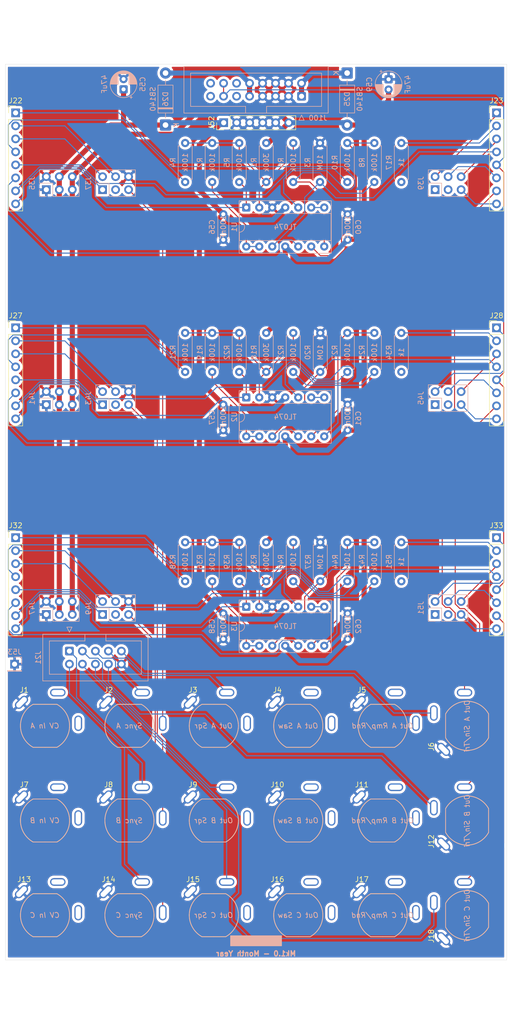
<source format=kicad_pcb>
(kicad_pcb (version 20241229) (generator "pcbnew") (generator_version "9.0")
  (title_block (rev "1") (company "DMH Instruments") (comment 1 "10cm Kosmo format synthesizer module PCB"))
  (layers (0 "F.Cu" signal) (2 "B.Cu" signal) (13 "F.Paste" user) (15 "B.Paste" user) (5 "F.SilkS" user "F.Silkscreen") (7 "B.SilkS" user "B.Silkscreen") (1 "F.Mask" user) (3 "B.Mask" user) (25 "Edge.Cuts" user))
  (net 0 "")
  (net 1 "+12V")
  (net 2 "Net-(D25-K)")
  (net 3 "Net-(D26-A)")
  (net 4 "-12V")
  (net 5 "A_CV_Amt_Pot_p3_M")
  (net 6 "Net-(U1B--)")
  (net 7 "A_Sync_M")
  (net 8 "A_Sync_TN_M")
  (net 9 "A_Out_Sqr_TN_M")
  (net 10 "A_Sqr_M")
  (net 12 "A_Saw_M")
  (net 14 "Net-(J5-PadT)")
  (net 15 "A_Out_Sin_Tri_TN_M")
  (net 16 "A_Sin_Tri_Sw_p2_M")
  (net 17 "Net-(U2B--)")
  (net 18 "B_CV_Amt_Pot_p3_M")
  (net 19 "B_Sync_M")
  (net 20 "B_Sync_TN_M")
  (net 21 "B_Out_Sqr_TN_M")
  (net 22 "B_Sqr_M")
  (net 23 "B_Saw_M")
  (net 25 "Net-(J11-PadT)")
  (net 27 "B_Sin_Tri_Sw_p2_M")
  (net 28 "B_Out_Sin_Tri_TN_M")
  (net 29 "C_CV_Amt_Pot_p3_M")
  (net 30 "Net-(U3B--)")
  (net 31 "C_Sync_TN_M")
  (net 32 "C_Sync_M")
  (net 33 "C_Sqr_M")
  (net 34 "C_Out_Sqr_TN_M")
  (net 35 "C_Saw_M")
  (net 37 "Net-(J17-PadT)")
  (net 39 "C_Out_Sin_Tri_TN_M")
  (net 40 "C_Sin_Tri_Sw_p2_M")
  (net 41 "A_VOct_Trim_p3_M")
  (net 42 "A_Rng_Sw_p3_M")
  (net 43 "A_Freq_Pot_p2_M")
  (net 44 "A_VOct_Trim_p12_M")
  (net 45 "A_Rng_Sw_p1_M")
  (net 46 "A_CV_Amt_Pot_p2_M")
  (net 47 "A_FRng_Trim_p2_M")
  (net 48 "A_Rmp_M")
  (net 49 "A_Rmp_Rnd_Sw_p2_M")
  (net 50 "A_Rnd_M")
  (net 51 "A_Tri_M")
  (net 52 "A_Sin_M")
  (net 53 "Bus_CV_M")
  (net 54 "GND")
  (net 55 "A_BusCV_Sw_p2_M")
  (net 56 "B_VOct_Trim_p12_M")
  (net 57 "B_CV_Amt_Pot_p2_M")
  (net 58 "B_Freq_Pot_p2_M")
  (net 59 "B_Rng_Sw_p3_M")
  (net 60 "B_FRng_Trim_p2_M")
  (net 61 "B_Rng_Sw_p1_M")
  (net 62 "B_VOct_Trim_p3_M")
  (net 63 "B_Rmp_M")
  (net 64 "B_Sin_M")
  (net 65 "B_BusCV_Sw_p2_M")
  (net 66 "B_Tri_M")
  (net 67 "B_Rmp_Rnd_Sw_p2_M")
  (net 68 "B_Rnd_M")
  (net 69 "C_CV_Amt_Pot_p2_M")
  (net 70 "C_FRng_Trim_p2_M")
  (net 71 "C_Rng_Sw_p1_M")
  (net 72 "C_VOct_Trim_p12_M")
  (net 73 "C_Freq_Pot_p2_M")
  (net 74 "C_Rng_Sw_p3_M")
  (net 75 "C_VOct_Trim_p3_M")
  (net 76 "C_BusCV_Sw_p2_M")
  (net 77 "C_Sin_M")
  (net 78 "C_Rmp_Rnd_Sw_p2_M")
  (net 79 "C_Rnd_M")
  (net 80 "C_Tri_M")
  (net 81 "C_Rmp_M")
  (net 86 "Net-(U1A--)")
  (net 87 "Net-(U1D--)")
  (net 88 "Net-(R6-Pad2)")
  (net 89 "Net-(U1C--)")
  (net 90 "Net-(U2A--)")
  (net 91 "Net-(U2D--)")
  (net 92 "Net-(R23-Pad2)")
  (net 93 "Net-(U2C--)")
  (net 94 "Net-(U3A--)")
  (net 95 "Net-(U3D--)")
  (net 96 "Net-(R40-Pad2)")
  (net 97 "Net-(U3C--)")
  (footprint "SynthStuff:CUI_MJ-63052A" (layer "F.Cu") (at 108.25 208.75)
    (property "Reference" "J16")
    (property "Value" "TS_Jack_6.35mm_Sw" (hide yes))
  )
  (footprint "SynthStuff:CUI_MJ-63052A" (layer "F.Cu") (at 58.75 190.25)
    (property "Reference" "J7")
    (property "Value" "TS_Jack_6.35mm_Sw" (hide yes))
  )
  (footprint "SynthStuff:CUI_MJ-63052A" (layer "F.Cu") (at 91.75 190.25)
    (property "Reference" "J9")
    (property "Value" "TS_Jack_6.35mm_Sw" (hide yes))
  )
  (footprint "Connector_PinHeader_2.54mm:PinHeader_1x08_P2.54mm_Vertical" (layer "F.Cu") (at 53 52)
    (property "Reference" "J22")
    (property "Value" "Conn_01x08" (hide yes))
  )
  (footprint "SynthStuff:CUI_MJ-63052A" (layer "F.Cu") (at 58.75 171.75)
    (property "Reference" "J1")
    (property "Value" "TS_Jack_6.35mm_Sw" (hide yes))
  )
  (footprint "Connector_PinHeader_2.54mm:PinHeader_1x08_P2.54mm_Vertical" (layer "F.Cu") (at 53 135)
    (property "Reference" "J32")
    (property "Value" "Conn_01x08" (hide yes))
  )
  (footprint "SynthStuff:CUI_MJ-63052A" (layer "F.Cu") (at 91.75 208.75)
    (property "Reference" "J15")
    (property "Value" "TS_Jack_6.35mm_Sw" (hide yes))
  )
  (footprint "SynthStuff:CUI_MJ-63052A" (layer "F.Cu") (at 75.25 208.75)
    (property "Reference" "J14")
    (property "Value" "TS_Jack_6.35mm_Sw" (hide yes))
  )
  (footprint "SynthStuff:CUI_MJ-63052A" (layer "F.Cu") (at 124.75 190.25)
    (property "Reference" "J11")
    (property "Value" "TS_Jack_6.35mm_Sw" (hide yes))
  )
  (footprint "Connector_PinHeader_2.54mm:PinHeader_1x08_P2.54mm_Vertical" (layer "F.Cu") (at 147 94)
    (property "Reference" "J28")
    (property "Value" "Conn_01x08" (hide yes))
  )
  (footprint "SynthStuff:CUI_MJ-63052A" (layer "F.Cu") (at 108.25 171.75)
    (property "Reference" "J4")
    (property "Value" "TS_Jack_6.35mm_Sw" (hide yes))
  )
  (footprint "SynthStuff:CUI_MJ-63052A" (layer "F.Cu") (at 91.75 171.75)
    (property "Reference" "J3")
    (property "Value" "TS_Jack_6.35mm_Sw" (hide yes))
  )
  (footprint "SynthStuff:CUI_MJ-63052A" (layer "F.Cu") (at 141.25 208.75 90)
    (property "Reference" "J18")
    (property "Value" "TS_Jack_6.35mm_Sw" (hide yes))
  )
  (footprint "SynthStuff:CUI_MJ-63052A" (layer "F.Cu") (at 58.75 208.75)
    (property "Reference" "J13")
    (property "Value" "TS_Jack_6.35mm_Sw" (hide yes))
  )
  (footprint "SynthStuff:CUI_MJ-63052A" (layer "F.Cu") (at 75.25 171.75)
    (property "Reference" "J2")
    (property "Value" "TS_Jack_6.35mm_Sw" (hide yes))
  )
  (footprint "SynthStuff:CUI_MJ-63052A" (layer "F.Cu") (at 75.25 190.25)
    (property "Reference" "J8")
    (property "Value" "TS_Jack_6.35mm_Sw" (hide yes))
  )
  (footprint "Connector_PinHeader_2.54mm:PinHeader_1x08_P2.54mm_Vertical" (layer "F.Cu") (at 147 52)
    (property "Reference" "J23")
    (property "Value" "Conn_01x08" (hide yes))
  )
  (footprint "SynthStuff:CUI_MJ-63052A" (layer "F.Cu") (at 124.75 171.75)
    (property "Reference" "J5")
    (property "Value" "TS_Jack_6.35mm_Sw" (hide yes))
  )
  (footprint "SynthStuff:CUI_MJ-63052A" (layer "F.Cu") (at 141.25 190.25 90)
    (property "Reference" "J12")
    (property "Value" "TS_Jack_6.35mm_Sw" (hide yes))
  )
  (footprint "SynthStuff:CUI_MJ-63052A" (layer "F.Cu") (at 141.25 171.75 90)
    (property "Reference" "J6")
    (property "Value" "TS_Jack_6.35mm_Sw" (hide yes))
  )
  (footprint "SynthStuff:CUI_MJ-63052A" (layer "F.Cu") (at 124.75 208.75)
    (property "Reference" "J17")
    (property "Value" "TS_Jack_6.35mm_Sw" (hide yes))
  )
  (footprint "Connector_PinHeader_2.54mm:PinHeader_1x08_P2.54mm_Vertical" (layer "F.Cu") (at 53 94)
    (property "Reference" "J27")
    (property "Value" "Conn_01x08" (hide yes))
  )
  (footprint "Connector_PinHeader_2.54mm:PinHeader_1x08_P2.54mm_Vertical" (layer "F.Cu") (at 147 135)
    (property "Reference" "J33")
    (property "Value" "Conn_01x08" (hide yes))
  )
  (footprint "Connector_PinHeader_2.54mm:PinHeader_1x06_P2.54mm_Vertical" (layer "F.Cu") (at 93.675 53.925 90)
    (property "Reference" "J52")
    (property "Value" "Conn_01x06" (hide yes))
  )
  (footprint "SynthStuff:CUI_MJ-63052A" (layer "F.Cu") (at 108.25 190.25)
    (property "Reference" "J10")
    (property "Value" "TS_Jack_6.35mm_Sw" (hide yes))
  )
  (footprint "Capacitor_THT:C_Disc_D4.3mm_W1.9mm_P5.00mm" (layer "B.Cu") (at 117.9 71.8 -90)
    (property "Reference" "C60")
    (property "Value" "100nF")
  )
  (footprint "Resistor_THT:R_Axial_DIN0207_L6.3mm_D2.5mm_P7.62mm_Horizontal" (layer "B.Cu") (at 117.836406 102.61 90)
    (property "Reference" "R27")
    (property "Value" "100k")
  )
  (footprint "Resistor_THT:R_Axial_DIN0207_L6.3mm_D2.5mm_P7.62mm_Horizontal" (layer "B.Cu") (at 123.118203 135.89 -90)
    (property "Reference" "R42")
    (property "Value" "100k")
  )
  (footprint "Resistor_THT:R_Axial_DIN0207_L6.3mm_D2.5mm_P7.62mm_Horizontal" (layer "B.Cu") (at 112.554609 143.51 90)
    (property "Reference" "R37")
    (property "Value" "10M")
  )
  (footprint "Capacitor_THT:C_Disc_D4.3mm_W1.9mm_P5.00mm" (layer "B.Cu") (at 93.6 71.8 -90)
    (property "Reference" "C56")
    (property "Value" "100nF")
  )
  (footprint "Resistor_THT:R_Axial_DIN0207_L6.3mm_D2.5mm_P7.62mm_Horizontal" (layer "B.Cu") (at 123.118203 57.89 -90)
    (property "Reference" "R8")
    (property "Value" "100k")
  )
  (footprint "Resistor_THT:R_Axial_DIN0207_L6.3mm_D2.5mm_P7.62mm_Horizontal" (layer "B.Cu") (at 128.4 94.99 -90)
    (property "Reference" "R34")
    (property "Value" "1k")
  )
  (footprint "Resistor_THT:R_Axial_DIN0207_L6.3mm_D2.5mm_P7.62mm_Horizontal" (layer "B.Cu") (at 112.5 65.51 90)
    (property "Reference" "R3")
    (property "Value" "10M")
  )
  (footprint "SynthStuff:IDC-Header_2x08_P2.54mm_Vertical_Eurorack" (layer "B.Cu") (at 108.89 48.7525 90)
    (property "Reference" "J100")
    (property "Value" "IDC_02x08" (hide yes))
  )
  (footprint "Capacitor_THT:C_Disc_D4.3mm_W1.9mm_P5.00mm" (layer "B.Cu") (at 117.9 149.8 -90)
    (property "Reference" "C62")
    (property "Value" "100nF")
  )
  (footprint "Resistor_THT:R_Axial_DIN0207_L6.3mm_D2.5mm_P7.62mm_Horizontal" (layer "B.Cu") (at 128.4 57.89 -90)
    (property "Reference" "R17")
    (property "Value" "1k")
  )
  (footprint "Resistor_THT:R_Axial_DIN0207_L6.3mm_D2.5mm_P7.62mm_Horizontal" (layer "B.Cu") (at 91.427421 94.99 -90)
    (property "Reference" "R19")
    (property "Value" "100k")
  )
  (footprint "Capacitor_THT:C_Disc_D4.3mm_W1.9mm_P5.00mm" (layer "B.Cu") (at 93.6 149.8 -90)
    (property "Reference" "C58")
    (property "Value" "100nF")
  )
  (footprint "Connector_PinHeader_2.54mm:PinHeader_1x01_P2.54mm_Vertical" (layer "B.Cu") (at 52.8 159.7 180)
    (property "Reference" "J53")
    (property "Value" "Conn_01x01" (hide yes))
  )
  (footprint "Resistor_THT:R_Axial_DIN0207_L6.3mm_D2.5mm_P7.62mm_Horizontal" (layer "B.Cu") (at 128.4 135.89 -90)
    (property "Reference" "R51")
    (property "Value" "1k")
  )
  (footprint "Resistor_THT:R_Axial_DIN0207_L6.3mm_D2.5mm_P7.62mm_Horizontal" (layer "B.Cu") (at 91.427421 135.89 -90)
    (property "Reference" "R36")
    (property "Value" "100k")
  )
  (footprint "Package_DIP:DIP-14_W7.62mm_Socket" (layer "B.Cu") (at 98.085 107.59 -90)
    (property "Reference" "U2")
    (property "Value" "TL074")
  )
  (footprint "Diode_THT:D_DO-41_SOD81_P10.16mm_Horizontal" (layer "B.Cu") (at 117.8 44.22 -90)
    (property "Reference" "D25")
    (property "Value" "SB140")
  )
  (footprint "Resistor_THT:R_Axial_DIN0207_L6.3mm_D2.5mm_P7.62mm_Horizontal" (layer "B.Cu") (at 91.427421 57.89 -90)
    (property "Reference" "R2")
    (property "Value" "100k")
  )
  (footprint "SynthStuff:IDC-Header_2x05_P2.54mm_Vertical_BackBone" (layer "B.Cu") (at 63.52 157.1475 -90)
    (property "Reference" "J21")
    (property "Value" "IDC_02x05" (hide yes))
  )
  (footprint "Capacitor_THT:C_Disc_D4.3mm_W1.9mm_P5.00mm" (layer "B.Cu") (at 93.6 109 -90)
    (property "Reference" "C57")
    (property "Value" "100nF")
  )
  (footprint "Resistor_THT:R_Axial_DIN0207_L6.3mm_D2.5mm_P7.62mm_Horizontal" (layer "B.Cu") (at 117.836406 143.51 90)
    (property "Reference" "R44")
    (property "Value" "100k")
  )
  (footprint "Resistor_THT:R_Axial_DIN0207_L6.3mm_D2.5mm_P7.62mm_Horizontal" (layer "B.Cu") (at 96.709218 57.89 -90)
    (property "Reference" "R5")
    (property "Value" "100k")
  )
  (footprint "Connector_PinSocket_2.54mm:PinSocket_2x03_P2.54mm_Vertical" (layer "B.Cu") (at 70 150 -90)
    (property "Reference" "J49")
    (property "Value" "Conn_02x03_Odd_Even" (hide yes))
  )
  (footprint "Resistor_THT:R_Axial_DIN0207_L6.3mm_D2.5mm_P7.62mm_Horizontal" (layer "B.Cu") (at 96.709218 94.99 -90)
    (property "Reference" "R22")
    (property "Value" "100k")
  )
  (footprint "Capacitor_THT:CP_Radial_D5.0mm_P2.00mm" (layer "B.Cu") (at 74.1 47.4 90)
    (property "Reference" "C55")
    (property "Value" "47uF")
  )
  (footprint "Connector_PinSocket_2.54mm:PinSocket_2x03_P2.54mm_Vertical" (layer "B.Cu") (at 59 109 -90)
    (property "Reference" "J41")
    (property "Value" "Conn_02x03_Odd_Even" (hide yes))
  )
  (footprint "Resistor_THT:R_Axial_DIN0207_L6.3mm_D2.5mm_P7.62mm_Horizontal" (layer "B.Cu") (at 86.145624 57.89 -90)
    (property "Reference" "R4")
    (property "Value" "100k")
  )
  (footprint "Resistor_THT:R_Axial_DIN0207_L6.3mm_D2.5mm_P7.62mm_Horizontal" (layer "B.Cu") (at 101.991015 135.89 -90)
    (property "Reference" "R35")
    (property "Value" "300k")
  )
  (footprint "Connector_PinSocket_2.54mm:PinSocket_2x03_P2.54mm_Vertical" (layer "B.Cu") (at 70 67 -90)
    (property "Reference" "J37")
    (property "Value" "Conn_02x03_Odd_Even" (hide yes))
  )
  (footprint "Package_DIP:DIP-14_W7.62mm_Socket" (layer "B.Cu") (at 98.085 148.49 -90)
    (property "Reference" "U3")
    (property "Value" "TL074")
  )
  (footprint "Resistor_THT:R_Axial_DIN0207_L6.3mm_D2.5mm_P7.62mm_Horizontal" (layer "B.Cu") (at 107.272812 94.99 -90)
    (property "Reference" "R23")
    (property "Value" "100k")
  )
  (footprint "Resistor_THT:R_Axial_DIN0207_L6.3mm_D2.5mm_P7.62mm_Horizontal" (layer "B.Cu") (at 107.272812 135.89 -90)
    (property "Reference" "R40")
    (property "Value" "100k")
  )
  (footprint "Resistor_THT:R_Axial_DIN0207_L6.3mm_D2.5mm_P7.62mm_Horizontal" (layer "B.Cu") (at 112.554609 102.61 90)
    (property "Reference" "R20")
    (property "Value" "10M")
  )
  (footprint "Resistor_THT:R_Axial_DIN0207_L6.3mm_D2.5mm_P7.62mm_Horizontal" (layer "B.Cu") (at 101.991015 57.89 -90)
    (property "Reference" "R1")
    (property "Value" "300k")
  )
  (footprint "Connector_PinSocket_2.54mm:PinSocket_2x03_P2.54mm_Vertical" (layer "B.Cu") (at 135 67 -90)
    (property "Reference" "J39")
    (property "Value" "Conn_02x03_Odd_Even" (hide yes))
  )
  (footprint "Diode_THT:D_DO-41_SOD81_P10.16mm_Horizontal" (layer "B.Cu") (at 82.3 54.38 90)
    (property "Reference" "D26")
    (property "Value" "SB140")
  )
  (footprint "Resistor_THT:R_Axial_DIN0207_L6.3mm_D2.5mm_P7.62mm_Horizontal" (layer "B.Cu") (at 117.836406 65.51 90)
    (property "Reference" "R10")
    (property "Value" "100k")
  )
  (footprint "Resistor_THT:R_Axial_DIN0207_L6.3mm_D2.5mm_P7.62mm_Horizontal" (layer "B.Cu") (at 101.991015 94.99 -90)
    (property "Reference" "R18")
    (property "Value" "300k")
  )
  (footprint "Resistor_THT:R_Axial_DIN0207_L6.3mm_D2.5mm_P7.62mm_Horizontal" (layer "B.Cu") (at 86.145624 94.99 -90)
    (property "Reference" "R21")
    (property "Value" "100k")
  )
  (footprint "Package_DIP:DIP-14_W7.62mm_Socket" (layer "B.Cu") (at 98.085 70.49 -90)
    (property "Reference" "U1")
    (property "Value" "TL074")
  )
  (footprint "Capacitor_THT:C_Disc_D4.3mm_W1.9mm_P5.00mm" (layer "B.Cu") (at 117.9 109 -90)
    (property "Reference" "C61")
    (property "Value" "100nF")
  )
  (footprint "Resistor_THT:R_Axial_DIN0207_L6.3mm_D2.5mm_P7.62mm_Horizontal" (layer "B.Cu") (at 107.272812 57.89 -90)
    (property "Reference" "R6")
    (property "Value" "100k")
  )
  (footprint "Capacitor_THT:CP_Radial_D5.0mm_P2.00mm" (layer "B.Cu") (at 125.9 45.444888 -90)
    (property "Reference" "C59")
    (property "Value" "47uF")
  )
  (footprint "Connector_PinSocket_2.54mm:PinSocket_2x03_P2.54mm_Vertical" (layer "B.Cu") (at 70 109 -90)
    (property "Reference" "J43")
    (property "Value" "Conn_02x03_Odd_Even" (hide yes))
  )
  (footprint "Connector_PinSocket_2.54mm:PinSocket_2x03_P2.54mm_Vertical" (layer "B.Cu") (at 59 67 -90)
    (property "Reference" "J35")
    (property "Value" "Conn_02x03_Odd_Even" (hide yes))
  )
  (footprint "Connector_PinSocket_2.54mm:PinSocket_2x03_P2.54mm_Vertical" (layer "B.Cu") (at 135 109 -90)
    (property "Reference" "J45")
    (property "Value" "Conn_02x03_Odd_Even" (hide yes))
  )
  (footprint "Resistor_THT:R_Axial_DIN0207_L6.3mm_D2.5mm_P7.62mm_Horizontal" (layer "B.Cu") (at 86.145624 135.89 -90)
    (property "Reference" "R38")
    (property "Value" "100k")
  )
  (footprint "Resistor_THT:R_Axial_DIN0207_L6.3mm_D2.5mm_P7.62mm_Horizontal" (layer "B.Cu") (at 96.709218 135.89 -90)
    (property "Reference" "R39")
    (property "Value" "100k")
  )
  (footprint "Connector_PinSocket_2.54mm:PinSocket_2x03_P2.54mm_Vertical" (layer "B.Cu") (at 59 150 -90)
    (property "Reference" "J47")
    (property "Value" "Conn_02x03_Odd_Even" (hide yes))
  )
  (footprint "Resistor_THT:R_Axial_DIN0207_L6.3mm_D2.5mm_P7.62mm_Horizontal" (layer "B.Cu") (at 123.118203 94.99 -90)
    (property "Reference" "R25")
    (property "Value" "100k")
  )
  (footprint "Connector_PinSocket_2.54mm:PinSocket_2x03_P2.54mm_Vertical" (layer "B.Cu") (at 135 150 -90)
    (property "Reference" "J51")
    (property "Value" "Conn_02x03_Odd_Even" (hide yes))
  )
  (gr_rect (start 95 212.75) (end 105 214.75) (stroke (width 0.1)) (fill yes) (layer "B.SilkS"))
  (gr_rect (start 51 42.5) (end 149 217.5) (stroke (width 0.05)) (fill no) (layer "Edge.Cuts"))
  (gr_text "Mk1.0 - Month Year" (at 100 216.25 0) (layer "B.SilkS") (effects (font (size 1 1) (thickness 0.25) (bold yes)) (justify mirror)))
  (segment (start 61.54 106.46) (end 61.54 67) (width 1) (layer "F.Cu") (net 1))
  (segment (start 88.9 145.1) (end 88.9 113.7) (width 1) (layer "F.Cu") (net 1))
  (segment (start 74.1 47.4) (end 74.1 54.38) (width 1) (layer "F.Cu") (net 1))
  (segment (start 88.9 76.5) (end 93.6 71.8) (width 1) (layer "F.Cu") (net 1))
  (segment (start 93.6 71.8) (end 88.9 67.1) (width 1) (layer "F.Cu") (net 1))
  (segment (start 61.54 64.46) (end 71.62 54.38) (width 1) (layer "F.Cu") (net 1))
  (segment (start 93.6 109) (end 88.9 104.3) (width 1) (layer "F.Cu") (net 1))
  (segment (start 93.269686 53.925) (end 93.675 53.925) (width 1) (layer "F.Cu") (net 1))
  (segment (start 82.3 54.38) (end 78.98 54.38) (width 1) (layer "F.Cu") (net 1))
  (segment (start 74.1 54.38) (end 78.98 54.38) (width 1) (layer "F.Cu") (net 1))
  (segment (start 61.54 147.46) (end 61.54 150) (width 1) (layer "F.Cu") (net 1))
  (segment (start 88.9 113.7) (end 93.6 109) (width 1) (layer "F.Cu") (net 1))
  (segment (start 61.54 106.46) (end 61.54 109) (width 1) (layer "F.Cu") (net 1))
  (segment (start 61.54 67) (end 61.54 64.46) (width 1) (layer "F.Cu") (net 1))
  (segment (start 88.9 58.294686) (end 93.269686 53.925) (width 1) (layer "F.Cu") (net 1))
  (segment (start 61.54 109) (end 61.54 147.46) (width 1) (layer "F.Cu") (net 1))
  (segment (start 88.9 104.3) (end 88.9 76.5) (width 1) (layer "F.Cu") (net 1))
  (segment (start 93.6 149.8) (end 88.9 145.1) (width 1) (layer "F.Cu") (net 1))
  (segment (start 71.62 54.38) (end 74.1 54.38) (width 1) (layer "F.Cu") (net 1))
  (segment (start 88.9 67.1) (end 88.9 58.294686) (width 1) (layer "F.Cu") (net 1))
  (segment (start 82.755 53.925) (end 82.3 54.38) (width 1) (layer "B.Cu") (net 1))
  (segment (start 93.675 53.925) (end 82.755 53.925) (width 1) (layer "B.Cu") (net 1))
  (segment (start 94.7 150.9) (end 103.295 150.9) (width 1) (layer "B.Cu") (net 1))
  (segment (start 93.6 149.8) (end 94.7 150.9) (width 1) (layer "B.Cu") (net 1))
  (segment (start 103.295 72.9) (end 105.705 70.49) (width 1) (layer "B.Cu") (net 1))
  (segment (start 103.295 150.9) (end 105.705 148.49) (width 1) (layer "B.Cu") (net 1))
  (segment (start 94.7 72.9) (end 103.295 72.9) (width 1) (layer "B.Cu") (net 1))
  (segment (start 93.6 71.8) (end 94.7 72.9) (width 1) (layer "B.Cu") (net 1))
  (segment (start 93.6 109) (end 94.399999 109.799999) (width 1) (layer "B.Cu") (net 1))
  (segment (start 103.495001 109.799999) (end 105.705 107.59) (width 1) (layer "B.Cu") (net 1))
  (segment (start 94.399999 109.799999) (end 103.495001 109.799999) (width 1) (layer "B.Cu") (net 1))
  (segment (start 108.89 48.7525) (end 108.89 46.2125) (width 1) (layer "F.Cu") (net 2))
  (segment (start 110.8825 44.22) (end 108.89 46.2125) (width 1) (layer "B.Cu") (net 2))
  (segment (start 117.8 44.22) (end 110.8825 44.22) (width 1) (layer "B.Cu") (net 2))
  (segment (start 98.73 48.7525) (end 98.73 46.2125) (width 1) (layer "F.Cu") (net 3))
  (segment (start 96.7375 44.22) (end 98.73 46.2125) (width 1) (layer "B.Cu") (net 3))
  (segment (start 82.3 44.22) (end 96.7375 44.22) (width 1) (layer "B.Cu") (net 3))
  (segment (start 121.12 73.58) (end 121.12 54.38) (width 1) (layer "F.Cu") (net 4))
  (segment (start 105.705 78.11) (end 105.705 91.276015) (width 1) (layer "F.Cu") (net 4))
  (segment (start 64.08 147.46) (end 64.08 109) (width 1) (layer "F.Cu") (net 4))
  (segment (start 64.08 67) (end 64.08 64.46) (width 1) (layer "F.Cu") (net 4))
  (segment (start 117.8 54.38) (end 121.12 54.38) (width 1) (layer "F.Cu") (net 4))
  (segment (start 118 76.7) (end 121.12 76.7) (width 1) (layer "F.Cu") (net 4))
  (segment (start 103.75 51.3) (end 88.9 51.3) (width 1) (layer "F.Cu") (net 4))
  (segment (start 117.9 154.8) (end 121.12 151.58) (width 1) (layer "F.Cu") (net 4))
  (segment (start 121.12 110.78) (end 121.12 73.58) (width 1) (layer "F.Cu") (net 4))
  (segment (start 105.705 91.276015) (end 101.991015 94.99) (width 1) (layer "F.Cu") (net 4))
  (segment (start 72.359 56.181) (end 64.08 64.46) (width 1) (layer "F.Cu") (net 4))
  (segment (start 106.375 53.925) (end 102.41 57.89) (width 1) (layer "F.Cu") (net 4))
  (segment (start 84.019 56.181) (end 72.359 56.181) (width 1) (layer "F.Cu") (net 4))
  (segment (start 102.41 57.89) (end 101.991015 57.89) (width 1) (layer "F.Cu") (net 4))
  (segment (start 64.08 150) (end 64.08 147.46) (width 1) (layer "F.Cu") (net 4))
  (segment (start 117.9 76.8) (end 118 76.7) (width 1) (layer "F.Cu") (net 4))
  (segment (start 117.9 114) (end 121.12 114) (width 1) (layer "F.Cu") (net 4))
  (segment (start 64.08 106.46) (end 64.08 109) (width 1) (layer "F.Cu") (net 4))
  (segment (start 121.12 151.58) (end 121.12 110.78) (width 1) (layer "F.Cu") (net 4))
  (segment (start 88.9 51.3) (end 84.019 56.181) (width 1) (layer "F.Cu") (net 4))
  (segment (start 106.375 53.925) (end 103.75 51.3) (width 1) (layer "F.Cu") (net 4))
  (segment (start 105.705 115.21) (end 105.705 132.176015) (width 1) (layer "F.Cu") (net 4))
  (segment (start 64.08 67) (end 64.08 106.46) (width 1) (layer "F.Cu") (net 4))
  (segment (start 121.12 54.38) (end 125.9 49.6) (width 1) (layer "F.Cu") (net 4))
  (segment (start 105.705 132.176015) (end 101.991015 135.89) (width 1) (layer "F.Cu") (net 4))
  (segment (start 125.9 49.6) (end 125.9 47.444888) (width 1) (layer "F.Cu") (net 4))
  (segment (start 105.705 156.11) (end 108.595 159) (width 1) (layer "B.Cu") (net 4))
  (segment (start 108.595 159) (end 113.7 159) (width 1) (layer "B.Cu") (net 4))
  (segment (start 105.705 115.21) (end 108.395 117.9) (width 1) (layer "B.Cu") (net 4))
  (segment (start 114 117.9) (end 117.9 114) (width 1) (layer "B.Cu") (net 4))
  (segment (start 108.395 117.9) (end 114 117.9) (width 1) (layer "B.Cu") (net 4))
  (segment (start 105.705 78.11) (end 108.195 80.6) (width 1) (layer "B.Cu") (net 4))
  (segment (start 106.375 53.925) (end 117.345 53.925) (width 1) (layer "B.Cu") (net 4))
  (segment (start 114.1 80.6) (end 117.9 76.8) (width 1) (layer "B.Cu") (net 4))
  (segment (start 113.7 159) (end 117.9 154.8) (width 1) (layer "B.Cu") (net 4))
  (segment (start 108.195 80.6) (end 114.1 80.6) (width 1) (layer "B.Cu") (net 4))
  (segment (start 117.345 53.925) (end 117.8 54.38) (width 1) (layer "B.Cu") (net 4))
  (segment (start 53 62.16) (end 65.7271 62.16) (width 0.2) (layer "B.Cu") (net 5))
  (segment (start 82.4 68) (end 101.8 68) (width 0.2) (layer "B.Cu") (net 5))
  (segment (start 69.3671 65.8) (end 80.2 65.8) (width 0.2) (layer "B.Cu") (net 5))
  (segment (start 106.9 62.9) (end 115.226406 62.9) (width 0.2) (layer "B.Cu") (net 5))
  (segment (start 80.2 65.8) (end 82.4 68) (width 0.2) (layer "B.Cu") (net 5))
  (segment (start 65.7271 62.16) (end 69.3671 65.8) (width 0.2) (layer "B.Cu") (net 5))
  (segment (start 101.8 68) (end 106.9 62.9) (width 0.2) (layer "B.Cu") (net 5))
  (segment (start 115.226406 62.9) (end 117.836406 65.51) (width 0.2) (layer "B.Cu") (net 5))
  (segment (start 113.325 70.49) (end 110.785 70.49) (width 0.2) (layer "B.Cu") (net 6))
  (segment (start 81.75 73.67) (end 81.75 171.25) (width 0.2) (layer "F.Cu") (net 7))
  (segment (start 75.08 67) (end 81.75 73.67) (width 0.2) (layer "F.Cu") (net 7))
  (segment (start 69.989 158.5365) (end 71.9619 158.5365) (width 0.2) (layer "B.Cu") (net 8))
  (segment (start 77.55 165.25) (end 77.75 165.25) (width 0.2) (layer "B.Cu") (net 8))
  (segment (start 72.529 160.229) (end 77.55 165.25) (width 0.2) (layer "B.Cu") (net 8))
  (segment (start 68.6 157.1475) (end 69.989 158.5365) (width 0.2) (layer "B.Cu") (net 8))
  (segment (start 72.529 159.1036) (end 72.529 160.229) (width 0.2) (layer "B.Cu") (net 8))
  (segment (start 71.9619 158.5365) (end 72.529 159.1036) (width 0.2) (layer "B.Cu") (net 8))
  (segment (start 72.529 158.5365) (end 74.5019 158.5365) (width 0.2) (layer "B.Cu") (net 9))
  (segment (start 90.901 161.901) (end 94.25 165.25) (width 0.2) (layer "B.Cu") (net 9))
  (segment (start 74.5019 158.5365) (end 77.8664 161.901) (width 0.2) (layer "B.Cu") (net 9))
  (segment (start 77.8664 161.901) (end 90.901 161.901) (width 0.2) (layer "B.Cu") (net 9))
  (segment (start 71.14 157.1475) (end 72.529 158.5365) (width 0.2) (layer "B.Cu") (net 9))
  (segment (start 126.95 169.25) (end 134.75 169.25) (width 0.2) (layer "B.Cu") (net 15))
  (segment (start 73.68 157.1475) (end 78.0325 161.5) (width 0.2) (layer "B.Cu") (net 15))
  (segment (start 119.2 161.5) (end 126.95 169.25) (width 0.2) (layer "B.Cu") (net 15))
  (segment (start 78.0325 161.5) (end 119.2 161.5) (width 0.2) (layer "B.Cu") (net 15))
  (segment (start 136.389 115.411) (end 136.389 147.93676) (width 0.2) (layer "F.Cu") (net 16))
  (segment (start 137.06324 148.611) (end 137.84 148.611) (width 0.2) (layer "F.Cu") (net 16))
  (segment (start 140.75 153.95) (end 140.75 165.25) (width 0.2) (layer "F.Cu") (net 16))
  (segment (start 138.929 152.129) (end 140.75 153.95) (width 0.2) (layer "F.Cu") (net 16))
  (segment (start 147 67.24) (end 138.8 75.44) (width 0.2) (layer "F.Cu") (net 16))
  (segment (start 136.389 147.93676) (end 137.06324 148.611) (width 0.2) (layer "F.Cu") (net 16))
  (segment (start 138.8 75.44) (end 138.8 113) (width 0.2) (layer "F.Cu") (net 16))
  (segment (start 137.84 148.611) (end 138.929 149.7) (width 0.2) (layer "F.Cu") (net 16))
  (segment (start 138.8 113) (end 136.389 115.411) (width 0.2) (layer "F.Cu") (net 16))
  (segment (start 138.929 149.7) (end 138.929 152.129) (width 0.2) (layer "F.Cu") (net 16))
  (segment (start 110.785 107.59) (end 113.325 107.59) (width 0.2) (layer "B.Cu") (net 17))
  (segment (start 90.051 107.849) (end 92.3 105.6) (width 0.2) (layer "B.Cu") (net 18))
  (segment (start 92.3 105.6) (end 101.656441 105.6) (width 0.2) (layer "B.Cu") (net 18))
  (segment (start 68.649 107.849) (end 90.051 107.849) (width 0.2) (layer "B.Cu") (net 18))
  (segment (start 106.556441 100.7) (end 107.8 100.7) (width 0.2) (layer "B.Cu") (net 18))
  (segment (start 107.8 100.7) (end 111.499 104.399) (width 0.2) (layer "B.Cu") (net 18))
  (segment (start 64.96 104.16) (end 68.649 107.849) (width 0.2) (layer "B.Cu") (net 18))
  (segment (start 53 104.16) (end 64.96 104.16) (width 0.2) (layer "B.Cu") (net 18))
  (segment (start 111.499 104.399) (end 116.047406 104.399) (width 0.2) (layer "B.Cu") (net 18))
  (segment (start 116.047406 104.399) (end 117.836406 102.61) (width 0.2) (layer "B.Cu") (net 18))
  (segment (start 101.656441 105.6) (end 106.556441 100.7) (width 0.2) (layer "B.Cu") (net 18))
  (segment (start 75.08 109) (end 80.695 114.615) (width 0.2) (layer "F.Cu") (net 19))
  (segment (start 81.75 174.65) (end 81.75 189.75) (width 0.2) (layer "F.Cu") (net 19))
  (segment (start 80.695 173.595) (end 81.75 174.65) (width 0.2) (layer "F.Cu") (net 19))
  (segment (start 80.695 114.615) (end 80.695 173.595) (width 0.2) (layer "F.Cu") (net 19))
  (segment (start 77.75 179.05) (end 77.75 183.75) (width 0.2) (layer "B.Cu") (net 20))
  (segment (start 64.909 158.5365) (end 64.909 166.209) (width 0.2) (layer "B.Cu") (net 20))
  (segment (start 63.52 157.1475) (end 64.909 158.5365) (width 0.2) (layer "B.Cu") (net 20))
  (segment (start 64.909 166.209) (end 77.75 179.05) (width 0.2) (layer "B.Cu") (net 20))
  (segment (start 69.07676 158.5365) (end 69.989 159.44874) (width 0.2) (layer "B.Cu") (net 21))
  (segment (start 69.989 162.7219) (end 91.0171 183.75) (width 0.2) (layer "B.Cu") (net 21))
  (segment (start 66.06 157.1475) (end 67.449 158.5365) (width 0.2) (layer "B.Cu") (net 21))
  (segment (start 91.0171 183.75) (end 94.25 183.75) (width 0.2) (layer "B.Cu") (net 21))
  (segment (start 67.449 158.5365) (end 69.07676 158.5365) (width 0.2) (layer "B.Cu") (net 21))
  (segment (start 69.989 159.44874) (end 69.989 162.7219) (width 0.2) (layer "B.Cu") (net 21))
  (segment (start 147 109.24) (end 138.929 117.311) (width 0.2) (layer "F.Cu") (net 27))
  (segment (start 138.929 147.93676) (end 139.84124 148.849) (width 0.2) (layer "F.Cu") (net 27))
  (segment (start 138.929 117.311) (end 138.929 147.93676) (width 0.2) (layer "F.Cu") (net 27))
  (segment (start 143.7 151.8) (end 143.7 180.9) (width 0.2) (layer "F.Cu") (net 27))
  (segment (start 139.84124 148.849) (end 140.749 148.849) (width 0.2) (layer "F.Cu") (net 27))
  (segment (start 140.749 148.849) (end 143.7 151.8) (width 0.2) (layer "F.Cu") (net 27))
  (segment (start 140.85 183.75) (end 140.75 183.75) (width 0.2) (layer "F.Cu") (net 27))
  (segment (start 143.7 180.9) (end 140.85 183.75) (width 0.2) (layer "F.Cu") (net 27))
  (segment (start 71.14 163.3058) (end 77.2752 169.441) (width 0.2) (layer "B.Cu") (net 28))
  (segment (start 90.041 169.441) (end 98.2 177.6) (width 0.2) (layer "B.Cu") (net 28))
  (segment (start 71.14 159.6875) (end 71.14 163.3058) (width 0.2) (layer "B.Cu") (net 28))
  (segment (start 98.2 177.6) (end 124.6 177.6) (width 0.2) (layer "B.Cu") (net 28))
  (segment (start 124.6 177.6) (end 134.75 187.75) (width 0.2) (layer "B.Cu") (net 28))
  (segment (start 77.2752 169.441) (end 90.041 169.441) (width 0.2) (layer "B.Cu") (net 28))
  (segment (start 91.4 145.9) (end 101.9 145.9) (width 0.2) (layer "B.Cu") (net 29))
  (segment (start 101.9 145.9) (end 106.3 141.5) (width 0.2) (layer "B.Cu") (net 29))
  (segment (start 112.3 145.9) (end 115.446406 145.9) (width 0.2) (layer "B.Cu") (net 29))
  (segment (start 53 145.16) (end 65.46 145.16) (width 0.2) (layer "B.Cu") (net 29))
  (segment (start 107.9 141.5) (end 112.3 145.9) (width 0.2) (layer "B.Cu") (net 29))
  (segment (start 65.46 145.16) (end 68.911 148.611) (width 0.2) (layer "B.Cu") (net 29))
  (segment (start 115.446406 145.9) (end 117.836406 143.51) (width 0.2) (layer "B.Cu") (net 29))
  (segment (start 106.3 141.5) (end 107.9 141.5) (width 0.2) (layer "B.Cu") (net 29))
  (segment (start 68.911 148.611) (end 88.689 148.611) (width 0.2) (layer "B.Cu") (net 29))
  (segment (start 88.689 148.611) (end 91.4 145.9) (width 0.2) (layer "B.Cu") (net 29))
  (segment (start 113.325 148.49) (end 110.785 148.49) (width 0.2) (layer "B.Cu") (net 30))
  (segment (start 63.52 165.3871) (end 74.3 176.1671) (width 0.2) (layer "B.Cu") (net 31))
  (segment (start 74.3 198.8) (end 77.75 202.25) (width 0.2) (layer "B.Cu") (net 31))
  (segment (start 74.3 176.1671) (end 74.3 198.8) (width 0.2) (layer "B.Cu") (net 31))
  (segment (start 63.52 159.6875) (end 63.52 165.3871) (width 0.2) (layer "B.Cu") (net 31))
  (segment (start 80.294 190.994) (end 81.75 192.45) (width 0.2) (layer "F.Cu") (net 32))
  (segment (start 80.294 155.214) (end 80.294 190.994) (width 0.2) (layer "F.Cu") (net 32))
  (segment (start 81.75 192.45) (end 81.75 208.25) (width 0.2) (layer "F.Cu") (net 32))
  (segment (start 75.08 150) (end 80.294 155.214) (width 0.2) (layer "F.Cu") (net 32))
  (segment (start 66.06 159.96) (end 94.25 188.15) (width 0.2) (layer "B.Cu") (net 34))
  (segment (start 66.06 159.6875) (end 66.06 159.96) (width 0.2) (layer "B.Cu") (net 34))
  (segment (start 94.25 188.15) (end 94.25 202.25) (width 0.2) (layer "B.Cu") (net 34))
  (segment (start 95.3 205.7) (end 95.3 209.8) (width 0.2) (layer "B.Cu") (net 39))
  (segment (start 68.6 159.6875) (end 68.6 161.9) (width 0.2) (layer "B.Cu") (net 39))
  (segment (start 96.6 189.9) (end 96.6 204.4) (width 0.2) (layer "B.Cu") (net 39))
  (segment (start 68.6 161.9) (end 96.6 189.9) (width 0.2) (layer "B.Cu") (net 39))
  (segment (start 98.8 213.3) (end 132.2 213.3) (width 0.2) (layer "B.Cu") (net 39))
  (segment (start 95.3 209.8) (end 98.8 213.3) (width 0.2) (layer "B.Cu") (net 39))
  (segment (start 134.75 210.75) (end 134.75 206.25) (width 0.2) (layer "B.Cu") (net 39))
  (segment (start 132.2 213.3) (end 134.75 210.75) (width 0.2) (layer "B.Cu") (net 39))
  (segment (start 96.6 204.4) (end 95.3 205.7) (width 0.2) (layer "B.Cu") (net 39))
  (segment (start 148.399 151.639) (end 147 150.24) (width 0.2) (layer "F.Cu") (net 40))
  (segment (start 140.75 202.25) (end 148.399 194.601) (width 0.2) (layer "F.Cu") (net 40))
  (segment (start 148.399 194.601) (end 148.399 151.639) (width 0.2) (layer "F.Cu") (net 40))
  (segment (start 53 67.24) (end 57.679 62.561) (width 0.2) (layer "B.Cu") (net 41))
  (segment (start 57.679 62.561) (end 65.561 62.561) (width 0.2) (layer "B.Cu") (net 41))
  (segment (start 65.561 62.561) (end 70 67) (width 0.2) (layer "B.Cu") (net 41))
  (segment (start 53 54.54) (end 62.62 54.54) (width 0.2) (layer "B.Cu") (net 42))
  (segment (start 62.62 54.54) (end 72.54 64.46) (width 0.2) (layer "B.Cu") (net 42))
  (segment (start 51.601 54.31124) (end 52.52324 53.389) (width 0.2) (layer "B.Cu") (net 43))
  (segment (start 74.024624 53.389) (end 86.145624 65.51) (width 0.2) (layer "B.Cu") (net 43))
  (segment (start 52.52324 53.389) (end 74.024624 53.389) (width 0.2) (layer "B.Cu") (net 43))
  (segment (start 53 59.62) (end 51.601 58.221) (width 0.2) (layer "B.Cu") (net 43))
  (segment (start 51.601 58.221) (end 51.601 54.31124) (width 0.2) (layer "B.Cu") (net 43))
  (segment (start 98.085 66.885782) (end 96.709218 65.51) (width 0.2) (layer "F.Cu") (net 44))
  (segment (start 98.085 70.49) (end 98.085 66.885782) (width 0.2) (layer "F.Cu") (net 44))
  (segment (start 68.5 68.3) (end 70.69 70.49) (width 0.2) (layer "B.Cu") (net 44))
  (segment (start 57.8451 62.962) (end 65.3949 62.962) (width 0.2) (layer "B.Cu") (net 44))
  (segment (start 68.5 66.0671) (end 68.5 68.3) (width 0.2) (layer "B.Cu") (net 44))
  (segment (start 70.69 70.49) (end 98.085 70.49) (width 0.2) (layer "B.Cu") (net 44))
  (segment (start 53 69.78) (end 54.6 68.18) (width 0.2) (layer "B.Cu") (net 44))
  (segment (start 54.6 68.18) (end 54.6 66.2071) (width 0.2) (layer "B.Cu") (net 44))
  (segment (start 54.6 66.2071) (end 57.8451 62.962) (width 0.2) (layer "B.Cu") (net 44))
  (segment (start 65.3949 62.962) (end 68.5 66.0671) (width 0.2) (layer "B.Cu") (net 44))
  (segment (start 62.62 57.08) (end 70 64.46) (width 0.2) (layer "B.Cu") (net 45))
  (segment (start 53 57.08) (end 62.62 57.08) (width 0.2) (layer "B.Cu") (net 45))
  (segment (start 60 79.4) (end 103.77005 79.4) (width 0.2) (layer "B.Cu") (net 46))
  (segment (start 53 64.7) (end 51.601 66.099) (width 0.2) (layer "B.Cu") (net 46))
  (segment (start 105.3 76.8) (end 106.935 76.8) (width 0.2) (layer "B.Cu") (net 46))
  (segment (start 104.5 78.67005) (end 104.5 77.6) (width 0.2) (layer "B.Cu") (net 46))
  (segment (start 104.5 77.6) (end 105.3 76.8) (width 0.2) (layer "B.Cu") (net 46))
  (segment (start 51.601 71.001) (end 60 79.4) (width 0.2) (layer "B.Cu") (net 46))
  (segment (start 103.77005 79.4) (end 104.5 78.67005) (width 0.2) (layer "B.Cu") (net 46))
  (segment (start 51.601 66.099) (end 51.601 71.001) (width 0.2) (layer "B.Cu") (net 46))
  (segment (start 106.935 76.8) (end 108.245 78.11) (width 0.2) (layer "B.Cu") (net 46))
  (segment (start 53 52) (end 73.202724 52) (width 0.2) (layer "B.Cu") (net 47))
  (segment (start 107.0661 63.301) (end 105.4 64.9671) (width 0.2) (layer "B.Cu") (net 47))
  (segment (start 105.4 64.9671) (end 105.4 67.645) (width 0.2) (layer "B.Cu") (net 47))
  (segment (start 118.6 66.9) (end 117.4 66.9) (width 0.2) (layer "B.Cu") (net 47))
  (segment (start 119.3 66.2) (end 118.6 66.9) (width 0.2) (layer "B.Cu") (net 47))
  (segment (start 105.4 67.645) (end 108.245 70.49) (width 0.2) (layer "B.Cu") (net 47))
  (segment (start 83.701724 62.499) (end 116.999 62.499) (width 0.2) (layer "B.Cu") (net 47))
  (segment (start 113.801 63.301) (end 107.0661 63.301) (width 0.2) (layer "B.Cu") (net 47))
  (segment (start 117.4 66.9) (end 113.801 63.301) (width 0.2) (layer "B.Cu") (net 47))
  (segment (start 119.3 64.8) (end 119.3 66.2) (width 0.2) (layer "B.Cu") (net 47))
  (segment (start 116.999 62.499) (end 119.3 64.8) (width 0.2) (layer "B.Cu") (net 47))
  (segment (start 73.202724 52) (end 83.701724 62.499) (width 0.2) (layer "B.Cu") (net 47))
  (segment (start 147 52.46) (end 147 52) (width 0.2) (layer "F.Cu") (net 48))
  (segment (start 135 64.46) (end 147 52.46) (width 0.2) (layer "F.Cu") (net 48))
  (segment (start 147 54.54) (end 143.65 57.89) (width 0.2) (layer "B.Cu") (net 49))
  (segment (start 143.65 57.89) (end 128.4 57.89) (width 0.2) (layer "B.Cu") (net 49))
  (segment (start 140.08 64.46) (end 147 57.54) (width 0.2) (layer "F.Cu") (net 50))
  (segment (start 147 57.54) (end 147 57.08) (width 0.2) (layer "F.Cu") (net 50))
  (segment (start 140.08 67) (end 142.86 69.78) (width 0.2) (layer "B.Cu") (net 51))
  (segment (start 142.86 69.78) (end 147 69.78) (width 0.2) (layer "B.Cu") (net 51))
  (segment (start 144.8 62.5) (end 147 64.7) (width 0.2) (layer "B.Cu") (net 52))
  (segment (start 139.5 62.5) (end 144.8 62.5) (width 0.2) (layer "B.Cu") (net 52))
  (segment (start 137.54 64.46) (end 139.5 62.5) (width 0.2) (layer "B.Cu") (net 52))
  (segment (start 147 104.16) (end 148.399 102.761) (width 0.2) (layer "F.Cu") (net 53))
  (segment (start 148.399 102.761) (end 148.399 63.559) (width 0.2) (layer "F.Cu") (net 53))
  (segment (start 148.399 143.761) (end 147 145.16) (width 0.2) (layer "F.Cu") (net 53))
  (segment (start 147 104.16) (end 148.399 105.559) (width 0.2) (layer "F.Cu") (net 53))
  (segment (start 148.399 105.559) (end 148.399 143.761) (width 0.2) (layer "F.Cu") (net 53))
  (segment (start 93.65 48.7525) (end 93.65 46.2125) (width 0.2) (layer "F.Cu") (net 53))
  (segment (start 148.399 63.559) (end 147 62.16) (width 0.2) (layer "F.Cu") (net 53))
  (segment (start 148.399 50.799) (end 146.6 49) (width 0.2) (layer "B.Cu") (net 53))
  (segment (start 148.399 60.761) (end 148.399 50.799) (width 0.2) (layer "B.Cu") (net 53))
  (segment (start 124.7 49) (end 123.2 47.5) (width 0.2) (layer "B.Cu") (net 53))
  (segment (start 123.2 47.5) (end 94.9025 47.5) (width 0.2) (layer "B.Cu") (net 53))
  (segment (start 146.6 49) (end 124.7 49) (width 0.2) (layer "B.Cu") (net 53))
  (segment (start 147 62.16) (end 148.399 60.761) (width 0.2) (layer "B.Cu") (net 53))
  (segment (start 94.9025 47.5) (end 93.65 48.7525) (width 0.2) (layer "B.Cu") (net 53))
  (segment (start 103.165 78.11) (end 109.5 71.775) (width 0.2) (layer "B.Cu") (net 55))
  (segment (start 109.5 71.775) (end 109.5 68.51) (width 0.2) (layer "B.Cu") (net 55))
  (segment (start 109.5 68.51) (end 112.5 65.51) (width 0.2) (layer "B.Cu") (net 55))
  (segment (start 131.88 59.62) (end 147 59.62) (width 0.2) (layer "B.Cu") (net 55))
  (segment (start 115.59 68.6) (end 122.9 68.6) (width 0.2) (layer "B.Cu") (net 55))
  (segment (start 122.9 68.6) (end 131.88 59.62) (width 0.2) (layer "B.Cu") (net 55))
  (segment (start 112.5 65.51) (end 115.59 68.6) (width 0.2) (layer "B.Cu") (net 55))
  (segment (start 98.085 103.985782) (end 96.709218 102.61) (width 0.2) (layer "F.Cu") (net 56))
  (segment (start 98.085 107.59) (end 98.085 103.985782) (width 0.2) (layer "F.Cu") (net 56))
  (segment (start 54.6 110.18) (end 54.6 108.2071) (width 0.2) (layer "B.Cu") (net 56))
  (segment (start 64.562 104.962) (end 68 108.4) (width 0.2) (layer "B.Cu") (net 56))
  (segment (start 89.94295 111.1) (end 93.45295 107.59) (width 0.2) (layer "B.Cu") (net 56))
  (segment (start 93.45295 107.59) (end 98.085 107.59) (width 0.2) (layer "B.Cu") (net 56))
  (segment (start 69.3 111.1) (end 89.94295 111.1) (width 0.2) (layer "B.Cu") (net 56))
  (segment (start 53 111.78) (end 54.6 110.18) (width 0.2) (layer "B.Cu") (net 56))
  (segment (start 68 109.8) (end 69.3 111.1) (width 0.2) (layer "B.Cu") (net 56))
  (segment (start 57.8451 104.962) (end 64.562 104.962) (width 0.2) (layer "B.Cu") (net 56))
  (segment (start 54.6 108.2071) (end 57.8451 104.962) (width 0.2) (layer "B.Cu") (net 56))
  (segment (start 68 108.4) (end 68 109.8) (width 0.2) (layer "B.Cu") (net 56))
  (segment (start 55.2 116.5) (end 103.7 116.5) (width 0.2) (layer "B.Cu") (net 57))
  (segment (start 104.5 114.6) (end 105.3 113.8) (width 0.2) (layer "B.Cu") (net 57))
  (segment (start 104.5 115.7) (end 104.5 114.6) (width 0.2) (layer "B.Cu") (net 57))
  (segment (start 53 106.7) (end 51.601 108.099) (width 0.2) (layer "B.Cu") (net 57))
  (segment (start 51.601 112.901) (end 55.2 116.5) (width 0.2) (layer "B.Cu") (net 57))
  (segment (start 106.835 113.8) (end 108.245 115.21) (width 0.2) (layer "B.Cu") (net 57))
  (segment (start 105.3 113.8) (end 106.835 113.8) (width 0.2) (layer "B.Cu") (net 57))
  (segment (start 51.601 108.099) (end 51.601 112.901) (width 0.2) (layer "B.Cu") (net 57))
  (segment (start 103.7 116.5) (end 104.5 115.7) (width 0.2) (layer "B.Cu") (net 57))
  (segment (start 78.924624 95.389) (end 86.145624 102.61) (width 0.2) (layer "B.Cu") (net 58))
  (segment (start 51.601 96.31124) (end 52.52324 95.389) (width 0.2) (layer "B.Cu") (net 58))
  (segment (start 51.601 100.221) (end 51.601 96.31124) (width 0.2) (layer "B.Cu") (net 58))
  (segment (start 52.52324 95.389) (end 78.924624 95.389) (width 0.2) (layer "B.Cu") (net 58))
  (segment (start 53 101.62) (end 51.601 100.221) (width 0.2) (layer "B.Cu") (net 58))
  (segment (start 62.62 96.54) (end 72.54 106.46) (width 0.2) (layer "B.Cu") (net 59))
  (segment (start 53 96.54) (end 62.62 96.54) (width 0.2) (layer "B.Cu") (net 59))
  (segment (start 78.1 94) (end 53 94) (width 0.2) (layer "B.Cu") (net 60))
  (segment (start 117.7 104.8) (end 119 103.5) (width 0.2) (layer "B.Cu") (net 60))
  (segment (start 114.502 103.998) (end 111.6651 103.998) (width 0.2) (layer "B.Cu") (net 60))
  (segment (start 119 102.1) (end 118.409 101.509) (width 0.2) (layer "B.Cu") (net 60))
  (segment (start 111.3329 104.8) (end 117.7 104.8) (width 0.2) (layer "B.Cu") (net 60))
  (segment (start 79.088 94.988) (end 78.1 94) (width 0.2) (layer "B.Cu") (net 60))
  (segment (start 107.9661 100.299) (end 84.401724 100.299) (width 0.2) (layer "B.Cu") (net 60))
  (segment (start 84.401724 100.299) (end 79.090724 94.988) (width 0.2) (layer "B.Cu") (net 60))
  (segment (start 79.090724 94.988) (end 79.088 94.988) (width 0.2) (layer "B.Cu") (net 60))
  (segment (start 108.245 107.59) (end 105.7 105.045) (width 0.2) (layer "B.Cu") (net 60))
  (segment (start 119 103.5) (end 119 102.1) (width 0.2) (layer "B.Cu") (net 60))
  (segment (start 118.409 101.509) (end 116.991 101.509) (width 0.2) (layer "B.Cu") (net 60))
  (segment (start 105.7 102.123541) (end 106.722542 101.101) (width 0.2) (layer "B.Cu") (net 60))
  (segment (start 111.6651 103.998) (end 107.9661 100.299) (width 0.2) (layer "B.Cu") (net 60))
  (segment (start 106.722542 101.101) (end 107.6339 101.101) (width 0.2) (layer "B.Cu") (net 60))
  (segment (start 105.7 105.045) (end 105.7 102.123541) (width 0.2) (layer "B.Cu") (net 60))
  (segment (start 107.6339 101.101) (end 111.3329 104.8) (width 0.2) (layer "B.Cu") (net 60))
  (segment (start 116.991 101.509) (end 114.502 103.998) (width 0.2) (layer "B.Cu") (net 60))
  (segment (start 62.62 99.08) (end 70 106.46) (width 0.2) (layer "B.Cu") (net 61))
  (segment (start 53 99.08) (end 62.62 99.08) (width 0.2) (layer "B.Cu") (net 61))
  (segment (start 70 109) (end 69.2329 109) (width 0.2) (layer "B.Cu") (net 62))
  (segment (start 57.679 104.561) (end 53 109.24) (width 0.2) (layer "B.Cu") (net 62))
  (segment (start 64.7939 104.561) (end 57.679 104.561) (width 0.2) (layer "B.Cu") (net 62))
  (segment (start 69.2329 109) (end 64.7939 104.561) (width 0.2) (layer "B.Cu") (net 62))
  (segment (start 148.399 102.301) (end 148.399 95.399) (width 0.2) (layer "B.Cu") (net 63))
  (segment (start 135 106.46) (end 138.56 102.9) (width 0.2) (layer "B.Cu") (net 63))
  (segment (start 148.399 95.399) (end 147 94) (width 0.2) (layer "B.Cu") (net 63))
  (segment (start 138.56 102.9) (end 147.8 102.9) (width 0.2) (layer "B.Cu") (net 63))
  (segment (start 147.8 102.9) (end 148.399 102.301) (width 0.2) (layer "B.Cu") (net 63))
  (segment (start 137.54 106.46) (end 139.8 104.2) (width 0.2) (layer "B.Cu") (net 64))
  (segment (start 144.5 104.2) (end 147 106.7) (width 0.2) (layer "B.Cu") (net 64))
  (segment (start 139.8 104.2) (end 144.5 104.2) (width 0.2) (layer "B.Cu") (net 64))
  (segment (start 103.165 115.21) (end 109.5 108.875) (width 0.2) (layer "F.Cu") (net 65))
  (segment (start 109.5 105.664609) (end 112.554609 102.61) (width 0.2) (layer "F.Cu") (net 65))
  (segment (start 109.5 108.875) (end 109.5 105.664609) (width 0.2) (layer "F.Cu") (net 65))
  (segment (start 114.964609 100.2) (end 145.58 100.2) (width 0.2) (layer "B.Cu") (net 65))
  (segment (start 112.554609 102.61) (end 114.964609 100.2) (width 0.2) (layer "B.Cu") (net 65))
  (segment (start 145.58 100.2) (end 147 101.62) (width 0.2) (layer "B.Cu") (net 65))
  (segment (start 140.08 109) (end 142.86 111.78) (width 0.2) (layer "B.Cu") (net 66))
  (segment (start 142.86 111.78) (end 147 111.78) (width 0.2) (layer "B.Cu") (net 66))
  (segment (start 145.45 94.99) (end 147 96.54) (width 0.2) (layer "B.Cu") (net 67))
  (segment (start 128.4 94.99) (end 145.45 94.99) (width 0.2) (layer "B.Cu") (net 67))
  (segment (start 147 99.54) (end 147 99.08) (width 0.2) (layer "F.Cu") (net 68))
  (segment (start 140.08 106.46) (end 147 99.54) (width 0.2) (layer "F.Cu") (net 68))
  (segment (start 89.369 153.931) (end 93.138 157.7) (width 0.2) (layer "B.Cu") (net 69))
  (segment (start 52.52324 153.931) (end 89.369 153.931) (width 0.2) (layer "B.Cu") (net 69))
  (segment (start 103.9 157.7) (end 104.5 157.1) (width 0.2) (layer "B.Cu") (net 69))
  (segment (start 51.601 149.099) (end 51.601 153.00876) (width 0.2) (layer "B.Cu") (net 69))
  (segment (start 93.138 157.7) (end 103.9 157.7) (width 0.2) (layer "B.Cu") (net 69))
  (segment (start 51.601 153.00876) (end 52.52324 153.931) (width 0.2) (layer "B.Cu") (net 69))
  (segment (start 107.144 155.009) (end 108.245 156.11) (width 0.2) (layer "B.Cu") (net 69))
  (segment (start 53 147.7) (end 51.601 149.099) (width 0.2) (layer "B.Cu") (net 69))
  (segment (start 104.5 155.75795) (end 105.24895 155.009) (width 0.2) (layer "B.Cu") (net 69))
  (segment (start 105.24895 155.009) (end 107.144 155.009) (width 0.2) (layer "B.Cu") (net 69))
  (segment (start 104.5 157.1) (end 104.5 155.75795) (width 0.2) (layer "B.Cu") (net 69))
  (segment (start 118.609 142.409) (end 117.191 142.409) (width 0.2) (layer "B.Cu") (net 70))
  (segment (start 84.302724 141.1) (end 78.202724 135) (width 0.2) (layer "B.Cu") (net 70))
  (segment (start 119.2 143) (end 118.609 142.409) (width 0.2) (layer "B.Cu") (net 70))
  (segment (start 114.101 145.499) (end 112.4661 145.499) (width 0.2) (layer "B.Cu") (net 70))
  (segment (start 78.202724 135) (end 53 135) (width 0.2) (layer "B.Cu") (net 70))
  (segment (start 105.5 142.8671) (end 106.4661 141.901) (width 0.2) (layer "B.Cu") (net 70))
  (segment (start 107.7339 141.901) (end 112.1339 146.301) (width 0.2) (layer "B.Cu") (net 70))
  (segment (start 117.191 142.409) (end 114.101 145.499) (width 0.2) (layer "B.Cu") (net 70))
  (segment (start 108.0671 141.1) (end 84.302724 141.1) (width 0.2) (layer "B.Cu") (net 70))
  (segment (start 119.2 144.2) (end 119.2 143) (width 0.2) (layer "B.Cu") (net 70))
  (segment (start 108.245 148.49) (end 105.5 145.745) (width 0.2) (layer "B.Cu") (net 70))
  (segment (start 112.1339 146.301) (end 117.099 146.301) (width 0.2) (layer "B.Cu") (net 70))
  (segment (start 117.099 146.301) (end 119.2 144.2) (width 0.2) (layer "B.Cu") (net 70))
  (segment (start 106.4661 141.901) (end 107.7339 141.901) (width 0.2) (layer "B.Cu") (net 70))
  (segment (start 112.4661 145.499) (end 108.0671 141.1) (width 0.2) (layer "B.Cu") (net 70))
  (segment (start 105.5 145.745) (end 105.5 142.8671) (width 0.2) (layer "B.Cu") (net 70))
  (segment (start 62.62 140.08) (end 70 147.46) (width 0.2) (layer "B.Cu") (net 71))
  (segment (start 53 140.08) (end 62.62 140.08) (width 0.2) (layer "B.Cu") (net 71))
  (segment (start 98.085 148.49) (end 98.085 144.885782) (width 0.2) (layer "F.Cu") (net 72))
  (segment (start 98.085 144.885782) (end 96.709218 143.51) (width 0.2) (layer "F.Cu") (net 72))
  (segment (start 69.5 152.5) (end 89.34295 152.5) (width 0.2) (layer "B.Cu") (net 72))
  (segment (start 55.20355 150.57645) (end 55.20355 148.60355) (width 0.2) (layer "B.Cu") (net 72))
  (segment (start 68.1 148.9342) (end 68.1 151.1) (width 0.2) (layer "B.Cu") (net 72))
  (segment (start 93.35295 148.49) (end 98.085 148.49) (width 0.2) (layer "B.Cu") (net 72))
  (segment (start 65.1278 145.962) (end 68.1 148.9342) (width 0.2) (layer "B.Cu") (net 72))
  (segment (start 57.8451 145.962) (end 65.1278 145.962) (width 0.2) (layer "B.Cu") (net 72))
  (segment (start 53 152.78) (end 55.20355 150.57645) (width 0.2) (layer "B.Cu") (net 72))
  (segment (start 68.1 151.1) (end 69.5 152.5) (width 0.2) (layer "B.Cu") (net 72))
  (segment (start 89.34295 152.5) (end 93.35295 148.49) (width 0.2) (layer "B.Cu") (net 72))
  (segment (start 55.20355 148.60355) (end 57.8451 145.962) (width 0.2) (layer "B.Cu") (net 72))
  (segment (start 51.601 137.31124) (end 52.52324 136.389) (width 0.2) (layer "B.Cu") (net 73))
  (segment (start 79.024624 136.389) (end 86.145624 143.51) (width 0.2) (layer "B.Cu") (net 73))
  (segment (start 52.52324 136.389) (end 79.024624 136.389) (width 0.2) (layer "B.Cu") (net 73))
  (segment (start 53 142.62) (end 51.601 141.221) (width 0.2) (layer "B.Cu") (net 73))
  (segment (start 51.601 141.221) (end 51.601 137.31124) (width 0.2) (layer "B.Cu") (net 73))
  (segment (start 53 137.54) (end 62.62 137.54) (width 0.2) (layer "B.Cu") (net 74))
  (segment (start 62.62 137.54) (end 72.54 147.46) (width 0.2) (layer "B.Cu") (net 74))
  (segment (start 65.2939 145.561) (end 69.7329 150) (width 0.2) (layer "B.Cu") (net 75))
  (segment (start 53 150.24) (end 57.679 145.561) (width 0.2) (layer "B.Cu") (net 75))
  (segment (start 69.7329 150) (end 70 150) (width 0.2) (layer "B.Cu") (net 75))
  (segment (start 57.679 145.561) (end 65.2939 145.561) (width 0.2) (layer "B.Cu") (net 75))
  (segment (start 103.165 156.11) (end 109.5 149.775) (width 0.2) (layer "F.Cu") (net 76))
  (segment (start 109.5 149.775) (end 109.5 146.564609) (width 0.2) (layer "F.Cu") (net 76))
  (segment (start 109.5 146.564609) (end 112.554609 143.51) (width 0.2) (layer "F.Cu") (net 76))
  (segment (start 114.864609 141.2) (end 145.58 141.2) (width 0.2) (layer "B.Cu") (net 76))
  (segment (start 112.554609 143.51) (end 114.864609 141.2) (width 0.2) (layer "B.Cu") (net 76))
  (segment (start 145.58 141.2) (end 147 142.62) (width 0.2) (layer "B.Cu") (net 76))
  (segment (start 139.7 145.3) (end 144.6 145.3) (width 0.2) (layer "B.Cu") (net 77))
  (segment (start 144.6 145.3) (end 147 147.7) (width 0.2) (layer "B.Cu") (net 77))
  (segment (start 137.54 147.46) (end 139.7 145.3) (width 0.2) (layer "B.Cu") (net 77))
  (segment (start 145.35 135.89) (end 147 137.54) (width 0.2) (layer "B.Cu") (net 78))
  (segment (start 128.4 135.89) (end 145.35 135.89) (width 0.2) (layer "B.Cu") (net 78))
  (segment (start 147 140.54) (end 147 140.08) (width 0.2) (layer "F.Cu") (net 79))
  (segment (start 140.08 147.46) (end 147 140.54) (width 0.2) (layer "F.Cu") (net 79))
  (segment (start 142.86 152.78) (end 147 152.78) (width 0.2) (layer "B.Cu") (net 80))
  (segment (start 140.08 150) (end 142.86 152.78) (width 0.2) (layer "B.Cu") (net 80))
  (segment (start 147.6 143.9) (end 148.399 143.101) (width 0.2) (layer "B.Cu") (net 81))
  (segment (start 148.399 143.101) (end 148.399 136.399) (width 0.2) (layer "B.Cu") (net 81))
  (segment (start 135 147.46) (end 138.56 143.9) (width 0.2) (layer "B.Cu") (net 81))
  (segment (start 148.399 136.399) (end 147 135) (width 0.2) (layer "B.Cu") (net 81))
  (segment (start 138.56 143.9) (end 147.6 143.9) (width 0.2) (layer "B.Cu") (net 81))
  (segment (start 96.709218 57.89) (end 96.709218 60.228203) (width 0.2) (layer "F.Cu") (net 86))
  (segment (start 100.625 66.876015) (end 101.991015 65.51) (width 0.2) (layer "F.Cu") (net 86))
  (segment (start 107.272812 60.228203) (end 101.991015 65.51) (width 0.2) (layer "F.Cu") (net 86))
  (segment (start 96.709218 60.228203) (end 101.991015 65.51) (width 0.2) (layer "F.Cu") (net 86))
  (segment (start 100.625 70.49) (end 100.625 66.876015) (width 0.2) (layer "F.Cu") (net 86))
  (segment (start 107.272812 57.89) (end 107.272812 60.228203) (width 0.2) (layer "F.Cu") (net 86))
  (segment (start 91.427421 57.89) (end 96.709218 57.89) (width 0.2) (layer "B.Cu") (net 86))
  (segment (start 86.145624 57.89) (end 91.427421 57.89) (width 0.2) (layer "B.Cu") (net 86))
  (segment (start 98.085 73.985) (end 98.085 78.11) (width 0.2) (layer "F.Cu") (net 87))
  (segment (start 91.427421 65.51) (end 91.427421 67.327421) (width 0.2) (layer "F.Cu") (net 87))
  (segment (start 91.427421 67.327421) (end 98.085 73.985) (width 0.2) (layer "F.Cu") (net 87))
  (segment (start 100.625 78.11) (end 98.085 78.11) (width 0.2) (layer "B.Cu") (net 87))
  (segment (start 113.325 78.11) (end 113.325 75.675) (width 0.2) (layer "F.Cu") (net 88))
  (segment (start 115.4 73.6) (end 115.4 70.4) (width 0.2) (layer "F.Cu") (net 88))
  (segment (start 110.51 65.51) (end 107.272812 65.51) (width 0.2) (layer "F.Cu") (net 88))
  (segment (start 115.4 70.4) (end 110.51 65.51) (width 0.2) (layer "F.Cu") (net 88))
  (segment (start 113.325 75.675) (end 115.4 73.6) (width 0.2) (layer "F.Cu") (net 88))
  (segment (start 107.272812 65.51) (end 109.080812 63.702) (width 0.2) (layer "B.Cu") (net 88))
  (segment (start 116.5 67.699) (end 120.929203 67.699) (width 0.2) (layer "B.Cu") (net 88))
  (segment (start 109.080812 63.702) (end 112.503 63.702) (width 0.2) (layer "B.Cu") (net 88))
  (segment (start 112.503 63.702) (end 116.5 67.699) (width 0.2) (layer "B.Cu") (net 88))
  (segment (start 120.929203 67.699) (end 123.118203 65.51) (width 0.2) (layer "B.Cu") (net 88))
  (segment (start 115.1 79.9) (end 116.7 78.3) (width 0.2) (layer "F.Cu") (net 89))
  (segment (start 112.575 79.9) (end 115.1 79.9) (width 0.2) (layer "F.Cu") (net 89))
  (segment (start 120.319 72.581) (end 120.319 60.372594) (width 0.2) (layer "F.Cu") (net 89))
  (segment (start 120.319 60.372594) (end 117.836406 57.89) (width 0.2) (layer "F.Cu") (net 89))
  (segment (start 116.7 76.2) (end 120.319 72.581) (width 0.2) (layer "F.Cu") (net 89))
  (segment (start 110.785 78.11) (end 112.575 79.9) (width 0.2) (layer "F.Cu") (net 89))
  (segment (start 116.7 78.3) (end 116.7 76.2) (width 0.2) (layer "F.Cu") (net 89))
  (segment (start 123.118203 57.89) (end 117.836406 57.89) (width 0.2) (layer "B.Cu") (net 89))
  (segment (start 107.272812 94.99) (end 107.272812 97.328203) (width 0.2) (layer "F.Cu") (net 90))
  (segment (start 96.709218 97.328203) (end 101.991015 102.61) (width 0.2) (layer "F.Cu") (net 90))
  (segment (start 96.709218 94.99) (end 96.709218 97.328203) (width 0.2) (layer "F.Cu") (net 90))
  (segment (start 107.272812 97.328203) (end 101.991015 102.61) (width 0.2) (layer "F.Cu") (net 90))
  (segment (start 100.625 107.59) (end 100.625 103.976015) (width 0.2) (layer "F.Cu") (net 90))
  (segment (start 100.625 103.976015) (end 101.991015 102.61) (width 0.2) (layer "F.Cu") (net 90))
  (segment (start 86.145624 94.99) (end 91.427421 94.99) (width 0.2) (layer "B.Cu") (net 90))
  (segment (start 91.427421 94.99) (end 96.709218 94.99) (width 0.2) (layer "B.Cu") (net 90))
  (segment (start 91.427421 102.61) (end 91.427421 104.427421) (width 0.2) (layer "F.Cu") (net 91))
  (segment (start 98.085 111.085) (end 98.085 115.21) (width 0.2) (layer "F.Cu") (net 91))
  (segment (start 91.427421 104.427421) (end 98.085 111.085) (width 0.2) (layer "F.Cu") (net 91))
  (segment (start 98.085 115.21) (end 100.625 115.21) (width 0.2) (layer "B.Cu") (net 91))
  (segment (start 109.862812 105.2) (end 120.528203 105.2) (width 0.2) (layer "B.Cu") (net 92))
  (segment (start 120.528203 105.2) (end 123.118203 102.61) (width 0.2) (layer "B.Cu") (net 92))
  (segment (start 107.272812 102.61) (end 109.862812 105.2) (width 0.2) (layer "B.Cu") (net 92))
  (segment (start 116 105.2) (end 116 112.535) (width 0.2) (layer "B.Cu") (net 92))
  (segment (start 116 112.535) (end 113.325 115.21) (width 0.2) (layer "B.Cu") (net 92))
  (segment (start 110.785 115.21) (end 116 109.995) (width 0.2) (layer "F.Cu") (net 93))
  (segment (start 116 109.995) (end 116 96.826406) (width 0.2) (layer "F.Cu") (net 93))
  (segment (start 116 96.826406) (end 117.836406 94.99) (width 0.2) (layer "F.Cu") (net 93))
  (segment (start 123.118203 94.99) (end 117.836406 94.99) (width 0.2) (layer "B.Cu") (net 93))
  (segment (start 96.709218 135.89) (end 96.709218 138.228203) (width 0.2) (layer "F.Cu") (net 94))
  (segment (start 107.272812 138.228203) (end 101.991015 143.51) (width 0.2) (layer "F.Cu") (net 94))
  (segment (start 96.709218 138.228203) (end 101.991015 143.51) (width 0.2) (layer "F.Cu") (net 94))
  (segment (start 107.272812 135.89) (end 107.272812 138.228203) (width 0.2) (layer "F.Cu") (net 94))
  (segment (start 100.625 144.876015) (end 101.991015 143.51) (width 0.2) (layer "F.Cu") (net 94))
  (segment (start 100.625 148.49) (end 100.625 144.876015) (width 0.2) (layer "F.Cu") (net 94))
  (segment (start 86.145624 135.89) (end 91.427421 135.89) (width 0.2) (layer "B.Cu") (net 94))
  (segment (start 91.427421 135.89) (end 96.709218 135.89) (width 0.2) (layer "B.Cu") (net 94))
  (segment (start 91.427421 145.427421) (end 98.085 152.085) (width 0.2) (layer "F.Cu") (net 95))
  (segment (start 91.427421 143.51) (end 91.427421 145.427421) (width 0.2) (layer "F.Cu") (net 95))
  (segment (start 98.085 152.085) (end 98.085 156.11) (width 0.2) (layer "F.Cu") (net 95))
  (segment (start 100.625 156.11) (end 98.085 156.11) (width 0.2) (layer "B.Cu") (net 95))
  (segment (start 110.462812 146.7) (end 111.9658 146.7) (width 0.2) (layer "B.Cu") (net 96))
  (segment (start 115.8 153.635) (end 115.8 147.389) (width 0.2) (layer "B.Cu") (net 96))
  (segment (start 115.8 146.702) (end 115.8 147.389) (width 0.2) (layer "B.Cu") (net 96))
  (segment (start 111.9658 146.7) (end 111.9678 146.702) (width 0.2) (layer "B.Cu") (net 96))
  (segment (start 119.926203 146.702) (end 123.118203 143.51) (width 0.2) (layer "B.Cu") (net 96))
  (segment (start 111.9678 146.702) (end 115.8 146.702) (width 0.2) (layer "B.Cu") (net 96))
  (segment (start 115.8 146.702) (end 119.926203 146.702) (width 0.2) (layer "B.Cu") (net 96))
  (segment (start 107.272812 143.51) (end 110.462812 146.7) (width 0.2) (layer "B.Cu") (net 96))
  (segment (start 113.325 156.11) (end 115.8 153.635) (width 0.2) (layer "B.Cu") (net 96))
  (segment (start 110.785 156.11) (end 115.8 151.095) (width 0.2) (layer "F.Cu") (net 97))
  (segment (start 115.8 142.9) (end 117.836406 140.863594) (width 0.2) (layer "F.Cu") (net 97))
  (segment (start 115.8 151.095) (end 115.8 142.9) (width 0.2) (layer "F.Cu") (net 97))
  (segment (start 117.836406 140.863594) (end 117.836406 135.89) (width 0.2) (layer "F.Cu") (net 97))
  (segment (start 123.118203 135.89) (end 117.836406 135.89) (width 0.2) (layer "B.Cu") (net 97))
  (zone (net 54) (net_name "GND") (layers "F.Cu" "B.Cu") (name "Ground_planes") (connect_pads (clearance 0.5)) (min_thickness 0.25) (fill yes (thermal_gap 0.5) (thermal_bridge_width 0.5))
    (polygon (pts (xy 51 42.5) (xy 149 42.5) (xy 149 217.5) (xy 51 217.5)))
  )
)
</source>
